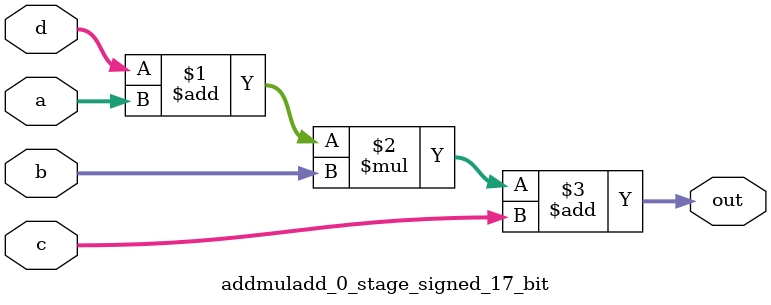
<source format=sv>
(* use_dsp = "yes" *) module addmuladd_0_stage_signed_17_bit(
	input signed [16:0] a,
	input signed [16:0] b,
	input signed [16:0] c,
	input signed [16:0] d,
	output [16:0] out
	);

	assign out = ((d + a) * b) + c;
endmodule

</source>
